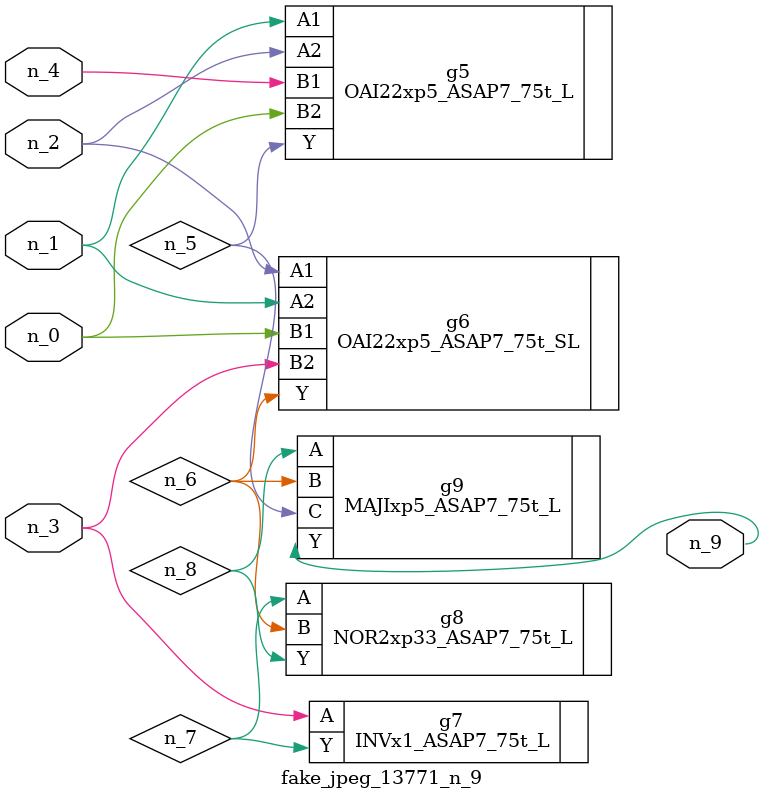
<source format=v>
module fake_jpeg_13771_n_9 (n_3, n_2, n_1, n_0, n_4, n_9);

input n_3;
input n_2;
input n_1;
input n_0;
input n_4;

output n_9;

wire n_8;
wire n_6;
wire n_5;
wire n_7;

OAI22xp5_ASAP7_75t_L g5 ( 
.A1(n_1),
.A2(n_2),
.B1(n_4),
.B2(n_0),
.Y(n_5)
);

OAI22xp5_ASAP7_75t_SL g6 ( 
.A1(n_2),
.A2(n_1),
.B1(n_0),
.B2(n_3),
.Y(n_6)
);

INVx1_ASAP7_75t_L g7 ( 
.A(n_3),
.Y(n_7)
);

NOR2xp33_ASAP7_75t_L g8 ( 
.A(n_7),
.B(n_6),
.Y(n_8)
);

MAJIxp5_ASAP7_75t_L g9 ( 
.A(n_8),
.B(n_6),
.C(n_5),
.Y(n_9)
);


endmodule
</source>
